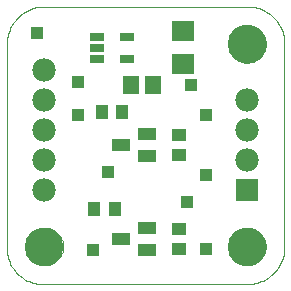
<source format=gts>
G75*
G70*
%OFA0B0*%
%FSLAX24Y24*%
%IPPOS*%
%LPD*%
%AMOC8*
5,1,8,0,0,1.08239X$1,22.5*
%
%ADD10C,0.0000*%
%ADD11C,0.1290*%
%ADD12C,0.0780*%
%ADD13R,0.0780X0.0780*%
%ADD14R,0.0512X0.0257*%
%ADD15R,0.0749X0.0670*%
%ADD16R,0.0434X0.0473*%
%ADD17R,0.0473X0.0434*%
%ADD18R,0.0591X0.0434*%
%ADD19R,0.0552X0.0631*%
%ADD20R,0.0396X0.0396*%
D10*
X000411Y001660D02*
X000409Y001594D01*
X000411Y001528D01*
X000417Y001462D01*
X000426Y001396D01*
X000439Y001331D01*
X000456Y001266D01*
X000476Y001203D01*
X000500Y001141D01*
X000527Y001081D01*
X000558Y001022D01*
X000592Y000964D01*
X000629Y000909D01*
X000669Y000856D01*
X000712Y000806D01*
X000757Y000757D01*
X000806Y000712D01*
X000856Y000669D01*
X000909Y000629D01*
X000964Y000592D01*
X001022Y000558D01*
X001081Y000527D01*
X001141Y000500D01*
X001203Y000476D01*
X001266Y000456D01*
X001331Y000439D01*
X001396Y000426D01*
X001462Y000417D01*
X001528Y000411D01*
X001594Y000409D01*
X001660Y000411D01*
X001660Y000410D02*
X008410Y000410D01*
X008478Y000412D01*
X008545Y000417D01*
X008612Y000426D01*
X008679Y000439D01*
X008744Y000456D01*
X008809Y000475D01*
X008873Y000499D01*
X008935Y000526D01*
X008996Y000556D01*
X009054Y000589D01*
X009111Y000625D01*
X009166Y000665D01*
X009219Y000707D01*
X009270Y000753D01*
X009317Y000800D01*
X009363Y000851D01*
X009405Y000904D01*
X009445Y000959D01*
X009481Y001016D01*
X009514Y001074D01*
X009544Y001135D01*
X009571Y001197D01*
X009595Y001261D01*
X009614Y001326D01*
X009631Y001391D01*
X009644Y001458D01*
X009653Y001525D01*
X009658Y001592D01*
X009660Y001660D01*
X009660Y008410D01*
X009658Y008478D01*
X009653Y008545D01*
X009644Y008612D01*
X009631Y008679D01*
X009614Y008744D01*
X009595Y008809D01*
X009571Y008873D01*
X009544Y008935D01*
X009514Y008996D01*
X009481Y009054D01*
X009445Y009111D01*
X009405Y009166D01*
X009363Y009219D01*
X009317Y009270D01*
X009270Y009317D01*
X009219Y009363D01*
X009166Y009405D01*
X009111Y009445D01*
X009054Y009481D01*
X008996Y009514D01*
X008935Y009544D01*
X008873Y009571D01*
X008809Y009595D01*
X008744Y009614D01*
X008679Y009631D01*
X008612Y009644D01*
X008545Y009653D01*
X008478Y009658D01*
X008410Y009660D01*
X001660Y009660D01*
X001592Y009658D01*
X001525Y009653D01*
X001458Y009644D01*
X001391Y009631D01*
X001326Y009614D01*
X001261Y009595D01*
X001197Y009571D01*
X001135Y009544D01*
X001074Y009514D01*
X001016Y009481D01*
X000959Y009445D01*
X000904Y009405D01*
X000851Y009363D01*
X000800Y009317D01*
X000753Y009270D01*
X000707Y009219D01*
X000665Y009166D01*
X000625Y009111D01*
X000589Y009054D01*
X000556Y008996D01*
X000526Y008935D01*
X000499Y008873D01*
X000475Y008809D01*
X000456Y008744D01*
X000439Y008679D01*
X000426Y008612D01*
X000417Y008545D01*
X000412Y008478D01*
X000410Y008410D01*
X000410Y001660D01*
X001035Y001660D02*
X001037Y001710D01*
X001043Y001759D01*
X001053Y001808D01*
X001066Y001855D01*
X001084Y001902D01*
X001105Y001947D01*
X001129Y001990D01*
X001157Y002031D01*
X001188Y002070D01*
X001222Y002106D01*
X001259Y002140D01*
X001299Y002170D01*
X001340Y002197D01*
X001384Y002221D01*
X001429Y002241D01*
X001476Y002257D01*
X001524Y002270D01*
X001573Y002279D01*
X001623Y002284D01*
X001672Y002285D01*
X001722Y002282D01*
X001771Y002275D01*
X001820Y002264D01*
X001867Y002250D01*
X001913Y002231D01*
X001958Y002209D01*
X002001Y002184D01*
X002041Y002155D01*
X002079Y002123D01*
X002115Y002089D01*
X002148Y002051D01*
X002177Y002011D01*
X002203Y001969D01*
X002226Y001925D01*
X002245Y001879D01*
X002261Y001832D01*
X002273Y001783D01*
X002281Y001734D01*
X002285Y001685D01*
X002285Y001635D01*
X002281Y001586D01*
X002273Y001537D01*
X002261Y001488D01*
X002245Y001441D01*
X002226Y001395D01*
X002203Y001351D01*
X002177Y001309D01*
X002148Y001269D01*
X002115Y001231D01*
X002079Y001197D01*
X002041Y001165D01*
X002001Y001136D01*
X001958Y001111D01*
X001913Y001089D01*
X001867Y001070D01*
X001820Y001056D01*
X001771Y001045D01*
X001722Y001038D01*
X001672Y001035D01*
X001623Y001036D01*
X001573Y001041D01*
X001524Y001050D01*
X001476Y001063D01*
X001429Y001079D01*
X001384Y001099D01*
X001340Y001123D01*
X001299Y001150D01*
X001259Y001180D01*
X001222Y001214D01*
X001188Y001250D01*
X001157Y001289D01*
X001129Y001330D01*
X001105Y001373D01*
X001084Y001418D01*
X001066Y001465D01*
X001053Y001512D01*
X001043Y001561D01*
X001037Y001610D01*
X001035Y001660D01*
X007785Y001660D02*
X007787Y001710D01*
X007793Y001759D01*
X007803Y001808D01*
X007816Y001855D01*
X007834Y001902D01*
X007855Y001947D01*
X007879Y001990D01*
X007907Y002031D01*
X007938Y002070D01*
X007972Y002106D01*
X008009Y002140D01*
X008049Y002170D01*
X008090Y002197D01*
X008134Y002221D01*
X008179Y002241D01*
X008226Y002257D01*
X008274Y002270D01*
X008323Y002279D01*
X008373Y002284D01*
X008422Y002285D01*
X008472Y002282D01*
X008521Y002275D01*
X008570Y002264D01*
X008617Y002250D01*
X008663Y002231D01*
X008708Y002209D01*
X008751Y002184D01*
X008791Y002155D01*
X008829Y002123D01*
X008865Y002089D01*
X008898Y002051D01*
X008927Y002011D01*
X008953Y001969D01*
X008976Y001925D01*
X008995Y001879D01*
X009011Y001832D01*
X009023Y001783D01*
X009031Y001734D01*
X009035Y001685D01*
X009035Y001635D01*
X009031Y001586D01*
X009023Y001537D01*
X009011Y001488D01*
X008995Y001441D01*
X008976Y001395D01*
X008953Y001351D01*
X008927Y001309D01*
X008898Y001269D01*
X008865Y001231D01*
X008829Y001197D01*
X008791Y001165D01*
X008751Y001136D01*
X008708Y001111D01*
X008663Y001089D01*
X008617Y001070D01*
X008570Y001056D01*
X008521Y001045D01*
X008472Y001038D01*
X008422Y001035D01*
X008373Y001036D01*
X008323Y001041D01*
X008274Y001050D01*
X008226Y001063D01*
X008179Y001079D01*
X008134Y001099D01*
X008090Y001123D01*
X008049Y001150D01*
X008009Y001180D01*
X007972Y001214D01*
X007938Y001250D01*
X007907Y001289D01*
X007879Y001330D01*
X007855Y001373D01*
X007834Y001418D01*
X007816Y001465D01*
X007803Y001512D01*
X007793Y001561D01*
X007787Y001610D01*
X007785Y001660D01*
X007785Y008410D02*
X007787Y008460D01*
X007793Y008509D01*
X007803Y008558D01*
X007816Y008605D01*
X007834Y008652D01*
X007855Y008697D01*
X007879Y008740D01*
X007907Y008781D01*
X007938Y008820D01*
X007972Y008856D01*
X008009Y008890D01*
X008049Y008920D01*
X008090Y008947D01*
X008134Y008971D01*
X008179Y008991D01*
X008226Y009007D01*
X008274Y009020D01*
X008323Y009029D01*
X008373Y009034D01*
X008422Y009035D01*
X008472Y009032D01*
X008521Y009025D01*
X008570Y009014D01*
X008617Y009000D01*
X008663Y008981D01*
X008708Y008959D01*
X008751Y008934D01*
X008791Y008905D01*
X008829Y008873D01*
X008865Y008839D01*
X008898Y008801D01*
X008927Y008761D01*
X008953Y008719D01*
X008976Y008675D01*
X008995Y008629D01*
X009011Y008582D01*
X009023Y008533D01*
X009031Y008484D01*
X009035Y008435D01*
X009035Y008385D01*
X009031Y008336D01*
X009023Y008287D01*
X009011Y008238D01*
X008995Y008191D01*
X008976Y008145D01*
X008953Y008101D01*
X008927Y008059D01*
X008898Y008019D01*
X008865Y007981D01*
X008829Y007947D01*
X008791Y007915D01*
X008751Y007886D01*
X008708Y007861D01*
X008663Y007839D01*
X008617Y007820D01*
X008570Y007806D01*
X008521Y007795D01*
X008472Y007788D01*
X008422Y007785D01*
X008373Y007786D01*
X008323Y007791D01*
X008274Y007800D01*
X008226Y007813D01*
X008179Y007829D01*
X008134Y007849D01*
X008090Y007873D01*
X008049Y007900D01*
X008009Y007930D01*
X007972Y007964D01*
X007938Y008000D01*
X007907Y008039D01*
X007879Y008080D01*
X007855Y008123D01*
X007834Y008168D01*
X007816Y008215D01*
X007803Y008262D01*
X007793Y008311D01*
X007787Y008360D01*
X007785Y008410D01*
D11*
X008410Y008410D03*
X008410Y001660D03*
X001660Y001660D03*
D12*
X001660Y003535D03*
X001660Y004535D03*
X001660Y005535D03*
X001660Y006535D03*
X001660Y007535D03*
X008410Y006535D03*
X008410Y005535D03*
X008410Y004535D03*
D13*
X008410Y003535D03*
D14*
X004422Y007911D03*
X004422Y008659D03*
X003398Y008659D03*
X003398Y008285D03*
X003398Y007911D03*
D15*
X006285Y007734D03*
X006285Y008836D03*
D16*
X004245Y006160D03*
X003575Y006160D03*
X003325Y002910D03*
X003995Y002910D03*
D17*
X006160Y002245D03*
X006160Y001575D03*
X006160Y004700D03*
X006160Y005370D03*
D18*
X005093Y005409D03*
X005093Y004661D03*
X004227Y005035D03*
X005093Y002284D03*
X005093Y001536D03*
X004227Y001910D03*
D19*
X004536Y007035D03*
X005284Y007035D03*
D20*
X006535Y007035D03*
X007035Y006035D03*
X007035Y004035D03*
X006410Y003160D03*
X007035Y001575D03*
X003785Y004160D03*
X002785Y006035D03*
X002785Y007160D03*
X001410Y008785D03*
X003285Y001535D03*
M02*

</source>
